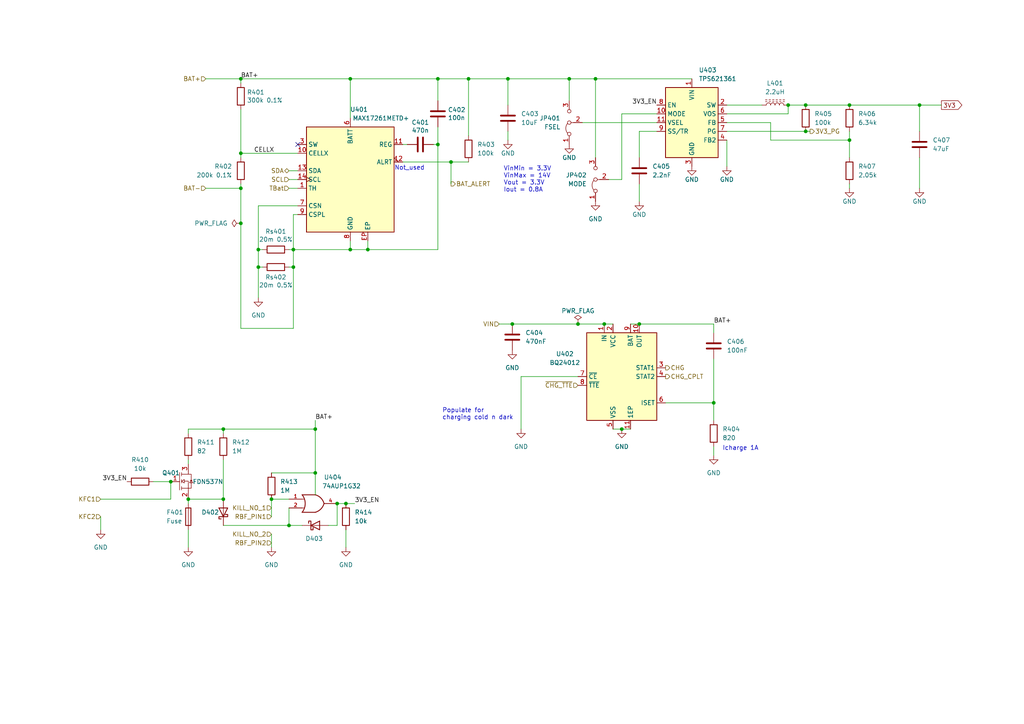
<source format=kicad_sch>
(kicad_sch (version 20211123) (generator eeschema)
  (paper "A4")
  (lib_symbols
    (symbol "74xGxx:74AUP1G32" (pin_names (offset 1.016))
      (property "Reference" "U" (at -2.54 3.81 0))
      (property "Value" "74AUP1G32" (at 0 -3.81 0))
      (symbol "74AUP1G32_0_1"
        (arc (start -3.81 -2.54) (mid -2.919 0) (end -3.81 2.54) (stroke (width 0.254)))
        (arc (start 0 -2.54) (mid 1.5993 -1.6027) (end 2.54 0) (stroke (width 0.254)))
        (polyline (pts (xy -3.81 -1.27) (xy -3.175 -1.27)))
        (polyline (pts (xy -3.81 1.27) (xy -3.175 1.27)))
        (polyline (pts (xy 0 -2.54) (xy -3.81 -2.54)) (stroke (width 0.254)) (fill (type background)))
        (polyline (pts (xy 0 2.54) (xy -3.81 2.54)) (stroke (width 0.254)) (fill (type background)))
        (arc (start 2.54 0) (mid 1.6119 1.6152) (end 0 2.54) (stroke (width 0.254)))
      )
      (symbol "74AUP1G32_1_1"
        (pin input line (at -7.62 1.27 0) (length 3.81) (name "~") (number "1"))
        (pin input line (at -7.62 -1.27 0) (length 3.81) (name "~") (number "2"))
        (pin power_in line (at 0 -2.54 270) (length 0) hide (name "GND") (number "3"))
        (pin output line (at 6.35 0 180) (length 3.81) (name "~") (number "4"))
        (pin power_in line (at 0 2.54 90) (length 0) hide (name "VCC") (number "5"))
      )
    )
    (symbol "Device:C" (pin_numbers hide) (pin_names (offset 0.254))
      (property "Reference" "C" (at 0.635 2.54 0))
      (property "Value" "C" (at 0.635 -2.54 0))
      (symbol "C_0_1"
        (polyline (pts (xy -2.032 -0.762) (xy 2.032 -0.762)) (stroke (width 0.508)))
        (polyline (pts (xy -2.032 0.762) (xy 2.032 0.762)) (stroke (width 0.508)))
      )
      (symbol "C_1_1"
        (pin passive line (at 0 3.81 270) (length 2.794) (name "~") (number "1"))
        (pin passive line (at 0 -3.81 90) (length 2.794) (name "~") (number "2"))
      )
    )
    (symbol "Device:Fuse" (pin_numbers hide) (pin_names (offset 0))
      (property "Reference" "F" (at 2.032 0 90))
      (property "Value" "Fuse" (at -1.905 0 90))
      (symbol "Fuse_0_1"
        (rectangle (start -0.762 -2.54) (end 0.762 2.54) (stroke (width 0.254)))
        (polyline (pts (xy 0 2.54) (xy 0 -2.54)))
      )
      (symbol "Fuse_1_1"
        (pin passive line (at 0 3.81 270) (length 1.27) (name "~") (number "1"))
        (pin passive line (at 0 -3.81 90) (length 1.27) (name "~") (number "2"))
      )
    )
    (symbol "Device:L_Ferrite" (pin_numbers hide) (pin_names (offset 1.016) hide)
      (property "Reference" "L" (at -1.27 0 90))
      (property "Value" "L_Ferrite" (at 2.794 0 90))
      (symbol "L_Ferrite_0_1"
        (arc (start 0 -2.54) (mid 0.635 -1.905) (end 0 -1.27))
        (arc (start 0 -1.27) (mid 0.635 -0.635) (end 0 0))
        (polyline (pts (xy 1.016 -2.794) (xy 1.016 -2.286)))
        (polyline (pts (xy 1.016 -1.778) (xy 1.016 -1.27)))
        (polyline (pts (xy 1.016 -0.762) (xy 1.016 -0.254)))
        (polyline (pts (xy 1.016 0.254) (xy 1.016 0.762)))
        (polyline (pts (xy 1.016 1.27) (xy 1.016 1.778)))
        (polyline (pts (xy 1.016 2.286) (xy 1.016 2.794)))
        (polyline (pts (xy 1.524 -2.286) (xy 1.524 -2.794)))
        (polyline (pts (xy 1.524 -1.27) (xy 1.524 -1.778)))
        (polyline (pts (xy 1.524 -0.254) (xy 1.524 -0.762)))
        (polyline (pts (xy 1.524 0.762) (xy 1.524 0.254)))
        (polyline (pts (xy 1.524 1.778) (xy 1.524 1.27)))
        (polyline (pts (xy 1.524 2.794) (xy 1.524 2.286)))
        (arc (start 0 0) (mid 0.635 0.635) (end 0 1.27))
        (arc (start 0 1.27) (mid 0.635 1.905) (end 0 2.54))
      )
      (symbol "L_Ferrite_1_1"
        (pin passive line (at 0 3.81 270) (length 1.27) (name "1") (number "1"))
        (pin passive line (at 0 -3.81 90) (length 1.27) (name "2") (number "2"))
      )
    )
    (symbol "Device:R" (pin_numbers hide) (pin_names (offset 0))
      (property "Reference" "R" (at 2.032 0 90))
      (property "Value" "R" (at 0 0 90))
      (symbol "R_0_1"
        (rectangle (start -1.016 -2.54) (end 1.016 2.54) (stroke (width 0.254)))
      )
      (symbol "R_1_1"
        (pin passive line (at 0 3.81 270) (length 1.27) (name "~") (number "1"))
        (pin passive line (at 0 -3.81 90) (length 1.27) (name "~") (number "2"))
      )
    )
    (symbol "Jumper:Jumper_3_Bridged12" (pin_names (offset 0) hide)
      (property "Reference" "JP" (at -2.54 -2.54 0))
      (property "Value" "Jumper_3_Bridged12" (at 0 2.794 0))
      (symbol "Jumper_3_Bridged12_0_0"
        (circle (center -3.302 0) (radius 0.508))
        (circle (center 0 0) (radius 0.508))
        (circle (center 3.302 0) (radius 0.508))
      )
      (symbol "Jumper_3_Bridged12_0_1"
        (arc (start -0.254 0.508) (mid -1.651 0.9912) (end -3.048 0.508))
        (polyline (pts (xy 0 -1.27) (xy 0 -0.508)))
      )
      (symbol "Jumper_3_Bridged12_1_1"
        (pin passive line (at -6.35 0 0) (length 2.54) (name "A") (number "1"))
        (pin passive line (at 0 -3.81 90) (length 2.54) (name "C") (number "2"))
        (pin passive line (at 6.35 0 180) (length 2.54) (name "B") (number "3"))
      )
    )
    (symbol "lsf-kicad:BQ24013"
      (property "Reference" "U401" (at -16.51 4.3307 0))
      (property "Value" "BQ24013" (at -16.51 1.7907 0))
      (symbol "BQ24013_0_1"
        (rectangle (start -10.16 12.7) (end 10.16 -12.7) (stroke (width 0.254)) (fill (type background)))
      )
      (symbol "BQ24013_1_1"
        (pin power_in line (at -5.08 15.24 270) (length 2.54) (name "IN") (number "1"))
        (pin power_out line (at 5.08 15.24 270) (length 2.54) (name "OUT") (number "10"))
        (pin passive line (at 2.54 -15.24 90) (length 2.54) (name "1EP") (number "11"))
        (pin power_in line (at -2.54 15.24 270) (length 2.54) (name "VCC") (number "2"))
        (pin open_collector line (at 12.7 2.54 180) (length 2.54) (name "STAT1") (number "3"))
        (pin open_collector line (at 12.7 0 180) (length 2.54) (name "STAT2") (number "4"))
        (pin power_in line (at -2.54 -15.24 90) (length 2.54) (name "VSS") (number "5"))
        (pin output line (at 12.7 -7.62 180) (length 2.54) (name "ISET") (number "6"))
        (pin input line (at -12.7 0 0) (length 2.54) (name "~{CE}") (number "7"))
        (pin input line (at -12.7 -2.54 0) (length 2.54) (name "~{TTE}") (number "8"))
        (pin input line (at 2.54 15.24 270) (length 2.54) (name "BAT") (number "9"))
      )
    )
    (symbol "lsf-kicad:CDBU40-HF" (pin_numbers hide) (pin_names hide)
      (property "Reference" "D" (at 0.3175 6.35 0))
      (property "Value" "CDBU40-HF" (at 0.3175 3.81 0))
      (symbol "CDBU40-HF_0_1"
        (polyline (pts (xy 1.27 0) (xy -1.27 0)))
        (polyline (pts (xy 1.27 1.27) (xy 1.27 -1.27) (xy -1.27 0) (xy 1.27 1.27)) (stroke (width 0.254)))
        (polyline (pts (xy -1.905 0.635) (xy -1.905 1.27) (xy -1.27 1.27) (xy -1.27 -1.27) (xy -0.635 -1.27) (xy -0.635 -0.635)) (stroke (width 0.254)))
      )
      (symbol "CDBU40-HF_1_1"
        (pin passive line (at -3.81 0 0) (length 2.54) (name "K") (number "1"))
        (pin passive line (at 3.81 0 180) (length 2.54) (name "A") (number "2"))
      )
    )
    (symbol "lsf-kicad:FDN537N"
      (property "Reference" "Q" (at 3.81 3.81 0))
      (property "Value" "FDN537N" (at 5.08 1.27 0))
      (symbol "FDN537N_0_0"
        (polyline (pts (xy 0.0078 2.6609) (xy 0.0078 -2.4191)))
        (polyline (pts (xy 0.592 -1.4031) (xy 0.592 -2.4191)))
        (polyline (pts (xy 0.592 0.6289) (xy 0.592 -0.3871)))
        (polyline (pts (xy 0.592 2.6609) (xy 0.592 1.6449)))
        (polyline (pts (xy 3.64 0.3749) (xy 3.132 0.3749)))
        (polyline (pts (xy 0.592 -1.9111) (xy 3.386 -1.9111) (xy 3.386 2.1529) (xy 0.592 2.1529)))
        (polyline (pts (xy 0.592 0.1209) (xy 1.3794 -0.3871) (xy 1.3794 0.6289) (xy 0.592 0.1209)) (stroke (width 0.1524)))
        (polyline (pts (xy 3.386 0.4511) (xy 2.878 -0.3363) (xy 3.894 -0.3363) (xy 3.386 0.4511)) (stroke (width 0.1524)))
      )
      (symbol "FDN537N_0_1"
        (polyline (pts (xy 2.54 2.54) (xy 2.54 2.1844)))
        (polyline (pts (xy 2.54 -2.54) (xy 2.54 0.1524) (xy 1.4224 0.1524)))
      )
      (symbol "FDN537N_1_1"
        (pin input line (at -2.54 0 0) (length 2.54) (name "") (number "1"))
        (pin passive line (at 2.54 -5.08 90) (length 2.54) (name "") (number "2"))
        (pin passive line (at 2.54 5.08 270) (length 2.54) (name "") (number "3"))
      )
    )
    (symbol "lsf-kicad:MAX17261METD+"
      (property "Reference" "U" (at 0 5.08 0))
      (property "Value" "MAX17261METD+" (at 0 1.27 0))
      (symbol "MAX17261METD+_0_1"
        (rectangle (start -12.7 15.24) (end 12.7 -15.24) (stroke (width 0.254)) (fill (type background)))
      )
      (symbol "MAX17261METD+_1_1"
        (pin input line (at -15.24 -2.54 0) (length 2.54) (name "TH") (number "1"))
        (pin passive line (at -15.24 7.62 0) (length 2.54) (name "CELLX") (number "10"))
        (pin power_out line (at 15.24 10.16 180) (length 2.54) (name "REG") (number "11"))
        (pin open_collector output_low (at 15.24 5.08 180) (length 2.54) (name "ALRT") (number "12"))
        (pin bidirectional line (at -15.24 2.54 0) (length 2.54) (name "SDA") (number "13"))
        (pin input clock (at -15.24 0 0) (length 2.54) (name "SCL") (number "14"))
        (pin no_connect line (at -10.16 -17.78 90) (length 2.54) hide (name "NC") (number "2"))
        (pin output line (at -15.24 10.16 0) (length 2.54) (name "SW") (number "3"))
        (pin no_connect line (at -7.62 -17.78 90) (length 2.54) hide (name "NC") (number "4"))
        (pin no_connect line (at -5.08 -17.78 90) (length 2.54) hide (name "NC") (number "5"))
        (pin power_in line (at 0 17.78 270) (length 2.54) (name "BATT") (number "6"))
        (pin passive line (at -15.24 -7.62 0) (length 2.54) (name "CSN") (number "7"))
        (pin power_in line (at 0 -17.78 90) (length 2.54) (name "GND") (number "8"))
        (pin passive line (at -15.24 -10.16 0) (length 2.54) (name "CSPL") (number "9"))
        (pin power_in line (at 5.08 -17.78 90) (length 2.54) (name "EP") (number "EP"))
      )
    )
    (symbol "lsf-kicad:TPS62136x"
      (property "Reference" "U403" (at 2.0194 15.24 0))
      (property "Value" "TPS62136x" (at 2.0194 12.7 0))
      (symbol "TPS62136x_0_1"
        (rectangle (start -7.62 10.16) (end 7.62 -10.16) (stroke (width 0.254)) (fill (type background)))
      )
      (symbol "TPS62136x_1_1"
        (pin power_in line (at 0 12.7 270) (length 2.54) (name "VIN") (number "1"))
        (pin input line (at -10.16 2.54 0) (length 2.54) (name "MODE") (number "10"))
        (pin input line (at -10.16 0 0) (length 2.54) (name "VSEL") (number "11"))
        (pin passive line (at 10.16 5.08 180) (length 2.54) (name "SW") (number "2"))
        (pin power_in line (at 0 -12.7 90) (length 2.54) (name "GND") (number "3"))
        (pin power_in line (at 10.16 -5.08 180) (length 2.54) (name "FB2") (number "4"))
        (pin input line (at 10.16 0 180) (length 2.54) (name "FB") (number "5"))
        (pin input line (at 10.16 2.54 180) (length 2.54) (name "VOS") (number "6"))
        (pin open_collector line (at 10.16 -2.54 180) (length 2.54) (name "PG") (number "7"))
        (pin input line (at -10.16 5.08 0) (length 2.54) (name "EN") (number "8"))
        (pin input line (at -10.16 -2.54 0) (length 2.54) (name "SS/TR") (number "9"))
      )
    )
    (symbol "power:GND" (power) (pin_names (offset 0))
      (property "Value" "GND" (at 0 -3.81 0))
      (symbol "GND_0_1"
        (polyline (pts (xy 0 0) (xy 0 -1.27) (xy 1.27 -1.27) (xy 0 -2.54) (xy -1.27 -1.27) (xy 0 -1.27)))
      )
      (symbol "GND_1_1"
        (pin power_in line (at 0 0 270) (length 0) hide (name "GND") (number "1"))
      )
    )
    (symbol "power:PWR_FLAG" (power) (pin_numbers hide) (pin_names (offset 0) hide)
      (property "Value" "PWR_FLAG" (at 0 3.81 0))
      (symbol "PWR_FLAG_0_0"
        (pin power_out line (at 0 0 90) (length 0) (name "pwr") (number "1"))
      )
      (symbol "PWR_FLAG_0_1"
        (polyline (pts (xy 0 0) (xy 0 1.27) (xy -1.016 1.905) (xy 0 2.54) (xy 1.016 1.905) (xy 0 1.27)))
      )
    )
  )
  (junction (at 64.77 144.78))
  (junction (at 100.33 146.05))
  (junction (at 101.6 22.86))
  (junction (at 78.74 144.78))
  (junction (at 74.93 72.39))
  (junction (at 64.77 124.46))
  (junction (at 135.89 22.86))
  (junction (at 91.44 137.16))
  (junction (at 69.85 22.86))
  (junction (at 233.68 38.1))
  (junction (at 83.82 152.4))
  (junction (at 97.79 146.05))
  (junction (at 165.1 22.86))
  (junction (at 246.38 30.48))
  (junction (at 167.64 93.98))
  (junction (at 85.09 77.47))
  (junction (at 207.01 116.84))
  (junction (at 233.68 30.48))
  (junction (at 69.85 44.45))
  (junction (at 147.32 22.86))
  (junction (at 175.26 93.98))
  (junction (at 246.38 40.64))
  (junction (at 148.59 93.98))
  (junction (at 69.85 54.61))
  (junction (at 85.09 72.39))
  (junction (at 49.53 139.7))
  (junction (at 266.7 30.48))
  (junction (at 130.81 46.99))
  (junction (at 74.93 77.47))
  (junction (at 127 22.86))
  (junction (at 91.44 124.46))
  (junction (at 101.6 72.39))
  (junction (at 54.61 144.78))
  (junction (at 185.42 93.98))
  (junction (at 106.68 72.39))
  (junction (at 172.72 22.86))
  (junction (at 228.6 30.48))
  (junction (at 69.85 64.77))
  (junction (at 127 41.91))
  (junction (at 180.34 124.46))
  (no_connect (at 86.36 41.91))
  (wire (pts (xy 78.74 144.78) (xy 83.82 144.78)))
  (wire (pts (xy 223.52 40.64) (xy 246.38 40.64)))
  (wire (pts (xy 207.01 104.14) (xy 207.01 116.84)))
  (wire (pts (xy 97.79 146.05) (xy 100.33 146.05)))
  (wire (pts (xy 78.74 154.94) (xy 78.74 158.75)))
  (wire (pts (xy 101.6 34.29) (xy 101.6 22.86)))
  (wire (pts (xy 64.77 124.46) (xy 64.77 125.73)))
  (wire (pts (xy 167.64 93.98) (xy 175.26 93.98)))
  (wire (pts (xy 101.6 69.85) (xy 101.6 72.39)))
  (wire (pts (xy 207.01 121.92) (xy 207.01 116.84)))
  (wire (pts (xy 127 41.91) (xy 127 72.39)))
  (wire (pts (xy 246.38 30.48) (xy 233.68 30.48)))
  (wire (pts (xy 69.85 44.45) (xy 69.85 45.72)))
  (wire (pts (xy 207.01 93.98) (xy 207.01 96.52)))
  (wire (pts (xy 233.68 38.1) (xy 210.82 38.1)))
  (wire (pts (xy 54.61 144.78) (xy 54.61 146.05)))
  (wire (pts (xy 69.85 64.77) (xy 69.85 95.25)))
  (wire (pts (xy 228.6 33.02) (xy 228.6 30.48)))
  (wire (pts (xy 86.36 59.69) (xy 74.93 59.69)))
  (wire (pts (xy 69.85 54.61) (xy 69.85 53.34)))
  (wire (pts (xy 165.1 22.86) (xy 165.1 29.21)))
  (wire (pts (xy 91.44 121.92) (xy 91.44 124.46)))
  (wire (pts (xy 127 41.91) (xy 125.73 41.91)))
  (wire (pts (xy 106.68 72.39) (xy 127 72.39)))
  (wire (pts (xy 91.44 124.46) (xy 64.77 124.46)))
  (wire (pts (xy 44.45 139.7) (xy 49.53 139.7)))
  (wire (pts (xy 64.77 133.35) (xy 64.77 144.78)))
  (wire (pts (xy 49.53 144.78) (xy 49.53 139.7)))
  (wire (pts (xy 185.42 93.98) (xy 207.01 93.98)))
  (wire (pts (xy 234.95 38.1) (xy 233.68 38.1)))
  (wire (pts (xy 207.01 116.84) (xy 193.04 116.84)))
  (wire (pts (xy 59.69 22.86) (xy 69.85 22.86)))
  (wire (pts (xy 54.61 144.78) (xy 64.77 144.78)))
  (wire (pts (xy 210.82 30.48) (xy 220.98 30.48)))
  (wire (pts (xy 246.38 54.61) (xy 246.38 53.34)))
  (wire (pts (xy 180.34 52.07) (xy 176.53 52.07)))
  (wire (pts (xy 175.26 93.98) (xy 177.8 93.98)))
  (wire (pts (xy 83.82 52.07) (xy 86.36 52.07)))
  (wire (pts (xy 91.44 124.46) (xy 91.44 137.16)))
  (wire (pts (xy 86.36 62.23) (xy 85.09 62.23)))
  (wire (pts (xy 101.6 22.86) (xy 127 22.86)))
  (wire (pts (xy 116.84 41.91) (xy 118.11 41.91)))
  (wire (pts (xy 74.93 77.47) (xy 74.93 86.36)))
  (wire (pts (xy 246.38 40.64) (xy 246.38 38.1)))
  (wire (pts (xy 83.82 152.4) (xy 64.77 152.4)))
  (wire (pts (xy 135.89 22.86) (xy 135.89 39.37)))
  (wire (pts (xy 69.85 54.61) (xy 69.85 64.77)))
  (wire (pts (xy 76.2 77.47) (xy 74.93 77.47)))
  (wire (pts (xy 97.79 152.4) (xy 97.79 146.05)))
  (wire (pts (xy 83.82 152.4) (xy 87.63 152.4)))
  (wire (pts (xy 69.85 22.86) (xy 69.85 24.13)))
  (wire (pts (xy 127 22.86) (xy 135.89 22.86)))
  (wire (pts (xy 86.36 54.61) (xy 83.82 54.61)))
  (wire (pts (xy 130.81 46.99) (xy 130.81 53.34)))
  (wire (pts (xy 69.85 95.25) (xy 85.09 95.25)))
  (wire (pts (xy 106.68 72.39) (xy 101.6 72.39)))
  (wire (pts (xy 147.32 30.48) (xy 147.32 22.86)))
  (wire (pts (xy 69.85 31.75) (xy 69.85 44.45)))
  (wire (pts (xy 180.34 33.02) (xy 180.34 52.07)))
  (wire (pts (xy 151.13 109.22) (xy 151.13 124.46)))
  (wire (pts (xy 116.84 46.99) (xy 130.81 46.99)))
  (wire (pts (xy 78.74 137.16) (xy 91.44 137.16)))
  (wire (pts (xy 29.21 144.78) (xy 49.53 144.78)))
  (wire (pts (xy 185.42 53.34) (xy 185.42 58.42)))
  (wire (pts (xy 210.82 40.64) (xy 210.82 48.26)))
  (wire (pts (xy 130.81 46.99) (xy 135.89 46.99)))
  (wire (pts (xy 147.32 22.86) (xy 165.1 22.86)))
  (wire (pts (xy 83.82 147.32) (xy 83.82 152.4)))
  (wire (pts (xy 210.82 33.02) (xy 228.6 33.02)))
  (wire (pts (xy 223.52 35.56) (xy 223.52 40.64)))
  (wire (pts (xy 151.13 109.22) (xy 167.64 109.22)))
  (wire (pts (xy 54.61 153.67) (xy 54.61 158.75)))
  (wire (pts (xy 172.72 22.86) (xy 200.66 22.86)))
  (wire (pts (xy 83.82 49.53) (xy 86.36 49.53)))
  (wire (pts (xy 148.59 93.98) (xy 167.64 93.98)))
  (wire (pts (xy 106.68 69.85) (xy 106.68 72.39)))
  (wire (pts (xy 54.61 133.35) (xy 54.61 134.62)))
  (wire (pts (xy 74.93 77.47) (xy 74.93 72.39)))
  (wire (pts (xy 59.69 54.61) (xy 69.85 54.61)))
  (wire (pts (xy 144.78 93.98) (xy 148.59 93.98)))
  (wire (pts (xy 210.82 35.56) (xy 223.52 35.56)))
  (wire (pts (xy 246.38 30.48) (xy 266.7 30.48)))
  (wire (pts (xy 168.91 35.56) (xy 190.5 35.56)))
  (wire (pts (xy 127 41.91) (xy 127 36.83)))
  (wire (pts (xy 135.89 22.86) (xy 147.32 22.86)))
  (wire (pts (xy 190.5 38.1) (xy 185.42 38.1)))
  (wire (pts (xy 74.93 72.39) (xy 76.2 72.39)))
  (wire (pts (xy 180.34 124.46) (xy 182.88 124.46)))
  (wire (pts (xy 54.61 124.46) (xy 64.77 124.46)))
  (wire (pts (xy 182.88 93.98) (xy 185.42 93.98)))
  (wire (pts (xy 233.68 30.48) (xy 228.6 30.48)))
  (wire (pts (xy 85.09 72.39) (xy 101.6 72.39)))
  (wire (pts (xy 85.09 62.23) (xy 85.09 72.39)))
  (wire (pts (xy 100.33 153.67) (xy 100.33 158.75)))
  (wire (pts (xy 29.21 149.86) (xy 29.21 153.67)))
  (wire (pts (xy 266.7 30.48) (xy 273.05 30.48)))
  (wire (pts (xy 85.09 95.25) (xy 85.09 77.47)))
  (wire (pts (xy 69.85 44.45) (xy 86.36 44.45)))
  (wire (pts (xy 147.32 40.64) (xy 147.32 38.1)))
  (wire (pts (xy 246.38 40.64) (xy 246.38 45.72)))
  (wire (pts (xy 266.7 54.61) (xy 266.7 45.72)))
  (wire (pts (xy 54.61 124.46) (xy 54.61 125.73)))
  (wire (pts (xy 100.33 146.05) (xy 102.87 146.05)))
  (wire (pts (xy 78.74 144.78) (xy 78.74 149.86)))
  (wire (pts (xy 165.1 22.86) (xy 172.72 22.86)))
  (wire (pts (xy 91.44 137.16) (xy 91.44 143.51)))
  (wire (pts (xy 207.01 132.08) (xy 207.01 129.54)))
  (wire (pts (xy 177.8 124.46) (xy 180.34 124.46)))
  (wire (pts (xy 74.93 59.69) (xy 74.93 72.39)))
  (wire (pts (xy 190.5 33.02) (xy 180.34 33.02)))
  (wire (pts (xy 95.25 152.4) (xy 97.79 152.4)))
  (wire (pts (xy 127 29.21) (xy 127 22.86)))
  (wire (pts (xy 101.6 22.86) (xy 69.85 22.86)))
  (wire (pts (xy 85.09 72.39) (xy 85.09 77.47)))
  (wire (pts (xy 85.09 77.47) (xy 83.82 77.47)))
  (wire (pts (xy 185.42 38.1) (xy 185.42 45.72)))
  (wire (pts (xy 172.72 22.86) (xy 172.72 45.72)))
  (wire (pts (xy 83.82 72.39) (xy 85.09 72.39)))
  (wire (pts (xy 266.7 30.48) (xy 266.7 38.1)))
  (text "Populate for\ncharging cold n dark" (at 128.27 121.92 0) (effects (font (size 1.27 1.27)) (justify left bottom)))
  (text "Not_used" (at 123.19 49.53 180) (effects (font (size 1.27 1.27)) (justify right bottom)))
  (text "Icharge 1A" (at 209.55 130.81 0) (effects (font (size 1.27 1.27)) (justify left bottom)))
  (text "VinMin = 3.3V\nVinMax = 14V\nVout = 3.3V\nIout = 0.8A" (at 146.05 55.88 0) (effects (font (size 1.27 1.27)) (justify left bottom)))
  (label "BAT+" (at 91.44 121.92 0))
  (label "3V3_EN" (at 190.5 30.48 180))
  (label "3V3_EN" (at 36.83 139.7 180))
  (label "BAT+" (at 207.01 93.98 0))
  (label "BAT+" (at 69.85 22.86 0))
  (label "3V3_EN" (at 102.87 146.05 0))
  (label "CELLX" (at 73.66 44.45 0))
  (global_label "3V3" (shape output) (at 273.05 30.48 0) (property "Intersheet References" "${INTERSHEET_REFS}" (effects hide)))
  (hierarchical_label "KFC2" (shape input) (at 29.21 149.86 180))
  (hierarchical_label "RBF_PIN2" (shape input) (at 78.74 157.48 180))
  (hierarchical_label "KILL_NO_2" (shape input) (at 78.74 154.94 180))
  (hierarchical_label "BAT+" (shape input) (at 59.69 22.86 180))
  (hierarchical_label "RBF_PIN1" (shape input) (at 78.74 149.86 180))
  (hierarchical_label "~{CHG_TTE}" (shape input) (at 167.64 111.76 180))
  (hierarchical_label "SDA" (shape bidirectional) (at 83.82 49.53 180))
  (hierarchical_label "3V3_PG" (shape output) (at 234.95 38.1 0))
  (hierarchical_label "TBat" (shape input) (at 83.82 54.61 180))
  (hierarchical_label "VIN" (shape input) (at 144.78 93.98 180))
  (hierarchical_label "CHG" (shape output) (at 193.04 106.68 0))
  (hierarchical_label "KFC1" (shape input) (at 29.21 144.78 180))
  (hierarchical_label "CHG_CPLT" (shape output) (at 193.04 109.22 0))
  (hierarchical_label "SCL" (shape input) (at 83.82 52.07 180))
  (hierarchical_label "BAT-" (shape input) (at 59.69 54.61 180))
  (hierarchical_label "BAT_ALERT" (shape output) (at 130.81 53.34 0))
  (hierarchical_label "KILL_NO_1" (shape input) (at 78.74 147.32 180))
  (symbol (lib_id "lsf-kicad:TPS62136x") (at 200.66 35.56 0) (unit 1)
    (property "Reference" "U403" (at 202.6794 20.32 0) (effects (justify left)))
    (property "Value" "TPS621361" (at 202.6794 22.86 0) (effects (justify left)))
    (property "Footprint" "lsf-kicad-lib:Texas_RGX0011A" (effects hide))
    (property "Datasheet" "https://www.ti.com/lit/ds/symlink/tps62136.pdf" (effects hide))
    (property "Part Number" "TPS621361RGXR" (effects hide))
  )
  (symbol (lib_id "power:GND") (at 54.61 158.75 0) (unit 1)
    (property "Reference" "#PWR0117" (effects hide))
    (property "Value" "GND" (at 54.61 163.83 0))
  )
  (symbol (lib_id "Device:C") (at 185.42 49.53 0) (unit 1)
    (property "Reference" "C405" (at 189.23 48.2599 0) (effects (justify left)))
    (property "Value" "2.2nF" (at 189.23 50.7999 0) (effects (justify left)))
    (property "Footprint" "Capacitor_SMD:C_0402_1005Metric" (effects hide))
    (property "Part Number" "GRM155R71E222KA01D" (effects hide))
  )
  (symbol (lib_id "Device:R") (at 207.01 125.73 0) (unit 1)
    (property "Reference" "R404" (at 209.55 124.4599 0) (effects (justify left)))
    (property "Value" "820" (at 209.55 126.9999 0) (effects (justify left)))
    (property "Footprint" "Resistor_SMD:R_0402_1005Metric" (effects hide))
    (property "Part Number" "CR0402-JW-821GLF" (effects hide))
  )
  (symbol (lib_id "Device:C") (at 148.59 97.79 0) (unit 1)
    (property "Reference" "C404" (at 152.4 96.5199 0) (effects (justify left)))
    (property "Value" "470nF" (at 152.4 99.0599 0) (effects (justify left)))
    (property "Footprint" "Capacitor_SMD:C_0402_1005Metric" (effects hide))
    (property "Part Number" "C0402C474K8RACTU" (effects hide))
  )
  (symbol (lib_id "Device:R") (at 64.77 129.54 0) (unit 1)
    (property "Reference" "R412" (at 67.31 128.2699 0) (effects (justify left)))
    (property "Value" "1M" (at 67.31 130.8099 0) (effects (justify left)))
    (property "Footprint" "Resistor_SMD:R_0402_1005Metric" (effects hide))
    (property "Part Number" "ASC0402-1M0FT10" (effects hide))
  )
  (symbol (lib_id "power:GND") (at 165.1 41.91 0) (unit 1)
    (property "Reference" "#PWR0404" (effects hide))
    (property "Value" "GND" (at 165.1 45.72 0))
  )
  (symbol (lib_id "Device:R") (at 80.01 72.39 270) (unit 1)
    (property "Reference" "Rs401" (at 80.01 67.1322 90))
    (property "Value" "20m 0.5%" (at 80.01 69.4436 90))
    (property "Footprint" "Resistor_SMD:R_0402_1005Metric" (effects hide))
    (property "Part Number" "PE0402FRF070R02L" (effects hide))
  )
  (symbol (lib_id "Device:C") (at 207.01 100.33 0) (unit 1)
    (property "Reference" "C406" (at 210.82 99.0599 0) (effects (justify left)))
    (property "Value" "100nF" (at 210.82 101.5999 0) (effects (justify left)))
    (property "Footprint" "Capacitor_SMD:C_0402_1005Metric" (effects hide))
    (property "Part Number" "CC0402KRX7R7BB104" (effects hide))
  )
  (symbol (lib_id "power:GND") (at 29.21 153.67 0) (unit 1)
    (property "Reference" "#PWR0118" (effects hide))
    (property "Value" "GND" (at 29.21 158.75 0))
  )
  (symbol (lib_id "Jumper:Jumper_3_Bridged12") (at 165.1 35.56 90) (unit 1) (in_bom no)
    (property "Reference" "JP401" (at 162.56 34.2899 90) (effects (justify left)))
    (property "Value" "FSEL" (at 162.56 36.8299 90) (effects (justify left)))
    (property "Footprint" "Jumper:SolderJumper-3_P1.3mm_Bridged2Bar12_Pad1.0x1.5mm_NumberLabels" (effects hide))
  )
  (symbol (lib_id "Device:R") (at 78.74 140.97 0) (unit 1)
    (property "Reference" "R413" (at 81.28 139.6999 0) (effects (justify left)))
    (property "Value" "1M" (at 81.28 142.2399 0) (effects (justify left)))
    (property "Footprint" "Resistor_SMD:R_0402_1005Metric" (effects hide))
    (property "Part Number" "ASC0402-1M0FT10" (effects hide))
  )
  (symbol (lib_id "power:PWR_FLAG") (at 167.64 93.98 0) (unit 1)
    (property "Reference" "#FLG0402" (effects hide))
    (property "Value" "PWR_FLAG" (at 167.64 90.17 0))
  )
  (symbol (lib_id "Device:R") (at 233.68 34.29 0) (unit 1)
    (property "Reference" "R405" (at 236.22 33.0199 0) (effects (justify left)))
    (property "Value" "100k" (at 236.22 35.5599 0) (effects (justify left)))
    (property "Footprint" "Resistor_SMD:R_0402_1005Metric" (effects hide))
    (property "Part Number" "ERJ-2RKF1003X" (effects hide))
  )
  (symbol (lib_id "power:GND") (at 185.42 58.42 0) (unit 1)
    (property "Reference" "#PWR0407" (effects hide))
    (property "Value" "GND" (at 185.42 62.23 0))
  )
  (symbol (lib_id "power:GND") (at 180.34 124.46 0) (unit 1)
    (property "Reference" "#PWR0406" (effects hide))
    (property "Value" "GND" (at 180.34 129.54 0))
  )
  (symbol (lib_id "Jumper:Jumper_3_Bridged12") (at 172.72 52.07 90) (unit 1) (in_bom no)
    (property "Reference" "JP402" (at 170.18 50.7999 90) (effects (justify left)))
    (property "Value" "MODE" (at 170.18 53.3399 90) (effects (justify left)))
    (property "Footprint" "Jumper:SolderJumper-3_P1.3mm_Bridged2Bar12_Pad1.0x1.5mm_NumberLabels" (effects hide))
  )
  (symbol (lib_id "power:GND") (at 78.74 158.75 0) (unit 1)
    (property "Reference" "#PWR0114" (effects hide))
    (property "Value" "GND" (at 78.74 163.83 0))
  )
  (symbol (lib_id "Device:C") (at 266.7 41.91 0) (unit 1)
    (property "Reference" "C407" (at 270.51 40.6399 0) (effects (justify left)))
    (property "Value" "47uF" (at 270.51 43.1799 0) (effects (justify left)))
    (property "Footprint" "Capacitor_SMD:C_1206_3216Metric" (effects hide))
    (property "Datasheet" "https://www.murata.com/en-eu/api/pdfdownloadapi?cate=luCeramicCapacitorsSMD&partno=GRM188R60J226MEA0%23" (effects hide))
    (property "Part Number" "GRM31CR60J476ME19L" (effects hide))
  )
  (symbol (lib_id "lsf-kicad:MAX17261METD+") (at 101.6 52.07 0) (unit 1)
    (property "Reference" "U401" (at 104.14 31.75 0))
    (property "Value" "MAX17261METD+" (at 110.49 34.29 0))
    (property "Footprint" "lsf-kicad-lib:TDFN-14-1EP_3x3mm_P0.4mm_EP1.7x2.3mm" (effects hide))
    (property "Datasheet" "https://datasheets.maximintegrated.com/en/ds/MAX17261.pdf" (effects hide))
    (property "Part Number" "MAX17261METD+" (effects hide))
  )
  (symbol (lib_id "Device:R") (at 246.38 49.53 0) (unit 1)
    (property "Reference" "R407" (at 248.92 48.2599 0) (effects (justify left)))
    (property "Value" "2.05k" (at 248.92 50.7999 0) (effects (justify left)))
    (property "Footprint" "Resistor_SMD:R_0402_1005Metric" (effects hide))
    (property "Part Number" "AC0402FR-072K05L" (effects hide))
  )
  (symbol (lib_id "Device:R") (at 54.61 129.54 0) (unit 1)
    (property "Reference" "R411" (at 57.15 128.2699 0) (effects (justify left)))
    (property "Value" "82" (at 57.15 130.8099 0) (effects (justify left)))
    (property "Footprint" "Resistor_SMD:R_0402_1005Metric" (effects hide))
    (property "Part Number" "RC0402JR-0782RL" (effects hide))
  )
  (symbol (lib_id "power:GND") (at 207.01 132.08 0) (unit 1)
    (property "Reference" "#PWR0410" (effects hide))
    (property "Value" "GND" (at 207.01 137.16 0))
  )
  (symbol (lib_id "Device:L_Ferrite") (at 224.79 30.48 90) (unit 1)
    (property "Reference" "L401" (at 224.79 24.13 90))
    (property "Value" "2.2uH" (at 224.79 26.67 90))
    (property "Footprint" "Inductor_SMD:L_Coilcraft_XxL4030" (effects hide))
    (property "Datasheet" "https://gr.mouser.com/datasheet/2/597/xel4030-1223874.pdf" (effects hide))
    (property "Part Number" "XEL4030-222MEC" (effects hide))
  )
  (symbol (lib_id "lsf-kicad:FDN537N") (at 52.07 139.7 0) (unit 1)
    (property "Reference" "Q401" (at 46.99 137.16 0) (effects (justify left)))
    (property "Value" "FDN537N" (at 55.88 139.7 0) (effects (justify left)))
    (property "Footprint" "Package_TO_SOT_SMD:SuperSOT-3" (effects hide))
    (property "Datasheet" "https://www.onsemi.com/pub/Collateral/FDN537N-D.pdf" (effects hide))
    (property "Part Number" "FDN537N" (effects hide))
  )
  (symbol (lib_id "power:GND") (at 147.32 40.64 0) (unit 1)
    (property "Reference" "#PWR0402" (effects hide))
    (property "Value" "GND" (at 147.32 44.45 0))
  )
  (symbol (lib_id "Device:C") (at 121.92 41.91 90) (unit 1)
    (property "Reference" "C401" (at 121.92 35.5092 90))
    (property "Value" "470n" (at 121.92 37.8206 90))
    (property "Footprint" "Capacitor_SMD:C_0402_1005Metric" (effects hide))
    (property "Part Number" "JMK105B7474KVHF" (effects hide))
  )
  (symbol (lib_id "74xGxx:74AUP1G32") (at 91.44 146.05 0) (unit 1)
    (property "Reference" "U404" (at 96.52 138.43 0))
    (property "Value" "74AUP1G32" (at 99.06 140.97 0))
    (property "Footprint" "Package_TO_SOT_SMD:SOT-353_SC-70-5" (effects hide))
    (property "Datasheet" "https://eu.mouser.com/datasheet/2/916/74AUP1G32_Q100-1597633.pdf" (effects hide))
    (property "Part Number" "74AUP1G32" (effects hide))
  )
  (symbol (lib_id "Device:C") (at 147.32 34.29 0) (unit 1)
    (property "Reference" "C403" (at 151.13 33.0199 0) (effects (justify left)))
    (property "Value" "10uF" (at 151.13 35.5599 0) (effects (justify left)))
    (property "Footprint" "Capacitor_SMD:C_1206_3216Metric" (effects hide))
    (property "Part Number" "CL31A106KOHNNNF" (effects hide))
  )
  (symbol (lib_id "power:GND") (at 172.72 58.42 0) (unit 1)
    (property "Reference" "#PWR0405" (effects hide))
    (property "Value" "GND" (at 172.72 63.5 0))
  )
  (symbol (lib_id "power:GND") (at 210.82 48.26 0) (unit 1)
    (property "Reference" "#PWR0408" (effects hide))
    (property "Value" "GND" (at 210.82 52.07 0))
  )
  (symbol (lib_id "Device:R") (at 69.85 49.53 0) (unit 1)
    (property "Reference" "R402" (at 67.31 48.2599 0) (effects (justify right)))
    (property "Value" "200k 0.1%" (at 67.31 50.7999 0) (effects (justify right)))
    (property "Footprint" "Resistor_SMD:R_0402_1005Metric" (effects hide))
    (property "Part Number" "RN73H1ETTP2003B25" (effects hide))
  )
  (symbol (lib_id "Device:R") (at 80.01 77.47 270) (unit 1)
    (property "Reference" "Rs402" (at 80.01 80.391 90))
    (property "Value" "20m 0.5%" (at 80.01 82.7024 90))
    (property "Footprint" "Resistor_SMD:R_0402_1005Metric" (effects hide))
    (property "Part Number" "PE0402FRF070R02L" (effects hide))
  )
  (symbol (lib_id "Device:Fuse") (at 54.61 149.86 0) (unit 1)
    (property "Reference" "F401" (at 48.26 148.59 0) (effects (justify left)))
    (property "Value" "Fuse" (at 48.26 151.13 0) (effects (justify left)))
    (property "Footprint" "Fuse:Fuse_0603_1608Metric" (effects hide))
    (property "Part Number" "F0603G0R02FNTR" (effects hide))
  )
  (symbol (lib_id "Device:R") (at 135.89 43.18 180) (unit 1)
    (property "Reference" "R403" (at 138.43 41.9099 0) (effects (justify right)))
    (property "Value" "100k" (at 138.43 44.4499 0) (effects (justify right)))
    (property "Footprint" "Resistor_SMD:R_0402_1005Metric" (effects hide))
    (property "Part Number" "ERJ-2RKF1003X" (effects hide))
  )
  (symbol (lib_id "Device:R") (at 246.38 34.29 0) (unit 1)
    (property "Reference" "R406" (at 248.92 33.0199 0) (effects (justify left)))
    (property "Value" "6.34k" (at 248.92 35.5599 0) (effects (justify left)))
    (property "Footprint" "Resistor_SMD:R_0402_1005Metric" (effects hide))
    (property "Part Number" "AC0402FR-076K34L" (effects hide))
  )
  (symbol (lib_id "Device:R") (at 69.85 27.94 0) (unit 1)
    (property "Reference" "R401" (at 71.628 26.7716 0) (effects (justify left)))
    (property "Value" "300k 0.1%" (at 71.628 29.083 0) (effects (justify left)))
    (property "Footprint" "Resistor_SMD:R_0402_1005Metric" (effects hide))
    (property "Part Number" "MCS0402MD3003BE000" (effects hide))
  )
  (symbol (lib_id "power:GND") (at 266.7 54.61 0) (unit 1)
    (property "Reference" "#PWR0412" (effects hide))
    (property "Value" "GND" (at 266.7 58.42 0))
  )
  (symbol (lib_id "Device:R") (at 40.64 139.7 90) (unit 1)
    (property "Reference" "R410" (at 40.64 133.35 90))
    (property "Value" "10k" (at 40.64 135.89 90))
    (property "Footprint" "Resistor_SMD:R_0402_1005Metric" (effects hide))
    (property "Part Number" "RC0402JR-1310KL" (effects hide))
  )
  (symbol (lib_id "Device:C") (at 127 33.02 0) (unit 1)
    (property "Reference" "C402" (at 129.921 31.8516 0) (effects (justify left)))
    (property "Value" "100n" (at 129.921 34.163 0) (effects (justify left)))
    (property "Footprint" "Capacitor_SMD:C_0402_1005Metric" (effects hide))
    (property "Part Number" "CGA2B1X7R1C104K050BC" (effects hide))
  )
  (symbol (lib_id "lsf-kicad:CDBU40-HF") (at 64.77 148.59 90) (unit 1)
    (property "Reference" "D402" (at 58.42 148.59 90) (effects (justify right)))
    (property "Value" "CDBU40-HF" (effects hide))
    (property "Footprint" "Diode_SMD:D_0603_1608Metric" (effects hide))
    (property "Datasheet" "https://www.comchiptech.com/admin/files/product/QW-G1012-CDBU40-HF-RevA321692.pdf" (effects hide))
    (property "Part Number" "CDBU40-HF" (effects hide))
  )
  (symbol (lib_id "Device:R") (at 100.33 149.86 0) (unit 1)
    (property "Reference" "R414" (at 102.87 148.5899 0) (effects (justify left)))
    (property "Value" "10k" (at 102.87 151.1299 0) (effects (justify left)))
    (property "Footprint" "Resistor_SMD:R_0402_1005Metric" (effects hide))
    (property "Part Number" "RC0402JR-1310KL" (effects hide))
  )
  (symbol (lib_id "lsf-kicad:BQ24013") (at 180.34 109.22 0) (unit 1)
    (property "Reference" "U402" (at 163.83 102.6412 0))
    (property "Value" "BQ24012" (at 163.83 105.1812 0))
    (property "Footprint" "Package_SON:Texas_DRC0010J_ThermalVias" (effects hide))
    (property "Datasheet" "http://www.ti.com/lit/ds/symlink/bq24012.pdf" (effects hide))
    (property "Part Number" "BQ24013DRCR" (effects hide))
  )
  (symbol (lib_id "power:PWR_FLAG") (at 69.85 64.77 90) (unit 1)
    (property "Reference" "#FLG0401" (effects hide))
    (property "Value" "PWR_FLAG" (at 66.04 64.7699 90) (effects (justify left)))
  )
  (symbol (lib_id "power:GND") (at 151.13 124.46 0) (unit 1)
    (property "Reference" "#PWR0115" (effects hide))
    (property "Value" "GND" (at 151.13 129.54 0))
  )
  (symbol (lib_id "power:GND") (at 246.38 54.61 0) (unit 1)
    (property "Reference" "#PWR0411" (effects hide))
    (property "Value" "GND" (at 246.38 58.42 0))
  )
  (symbol (lib_id "lsf-kicad:CDBU40-HF") (at 91.44 152.4 0) (unit 1)
    (property "Reference" "D403" (at 91.1225 156.21 0))
    (property "Value" "CDBU40-HF" (effects hide))
    (property "Footprint" "Diode_SMD:D_0603_1608Metric" (effects hide))
    (property "Datasheet" "https://www.comchiptech.com/admin/files/product/QW-G1012-CDBU40-HF-RevA321692.pdf" (effects hide))
    (property "Part Number" "CDBU40-HF" (effects hide))
  )
  (symbol (lib_id "power:GND") (at 148.59 101.6 0) (unit 1)
    (property "Reference" "#PWR0403" (effects hide))
    (property "Value" "GND" (at 148.59 106.68 0))
  )
  (symbol (lib_id "power:GND") (at 74.93 86.36 0) (unit 1)
    (property "Reference" "#PWR0401" (effects hide))
    (property "Value" "GND" (at 74.93 91.44 0))
  )
  (symbol (lib_id "power:GND") (at 100.33 158.75 0) (unit 1)
    (property "Reference" "#PWR0116" (effects hide))
    (property "Value" "GND" (at 100.33 163.83 0))
  )
  (symbol (lib_id "power:GND") (at 200.66 48.26 0) (unit 1)
    (property "Reference" "#PWR0409" (effects hide))
    (property "Value" "GND" (at 200.66 52.07 0))
  )
)
</source>
